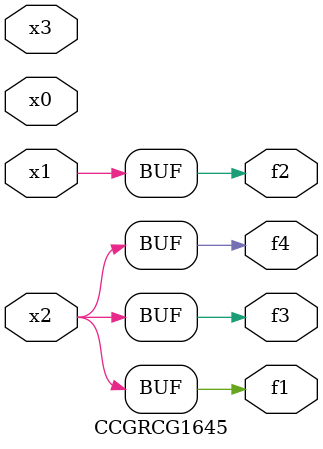
<source format=v>
module CCGRCG1645(
	input x0, x1, x2, x3,
	output f1, f2, f3, f4
);
	assign f1 = x2;
	assign f2 = x1;
	assign f3 = x2;
	assign f4 = x2;
endmodule

</source>
